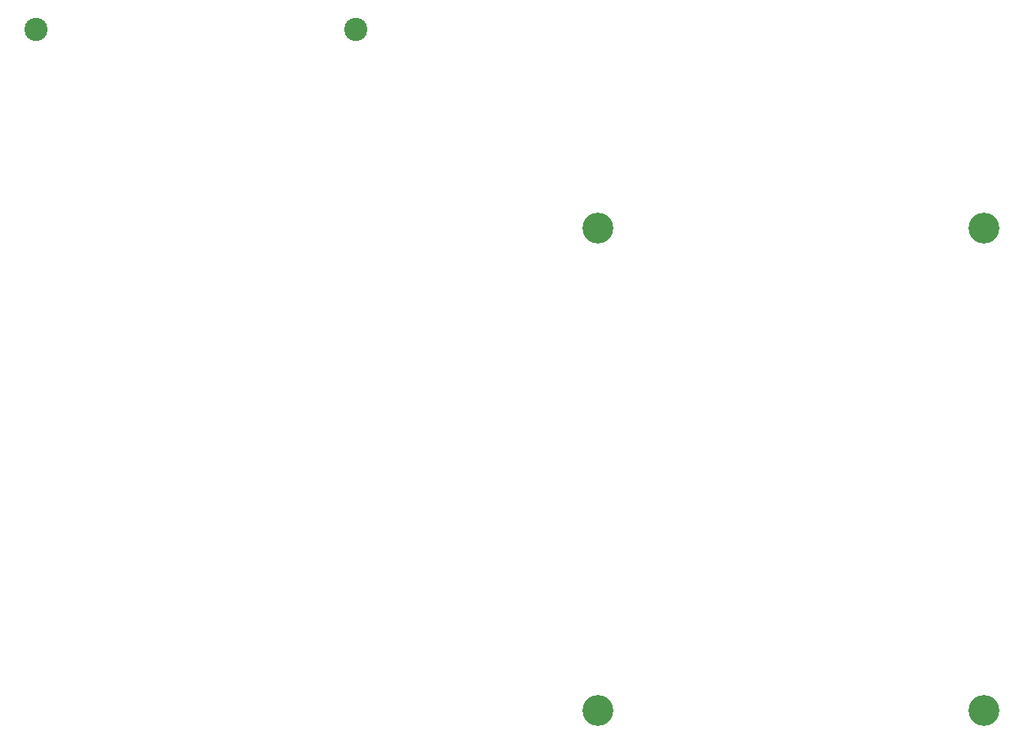
<source format=gbr>
%TF.GenerationSoftware,KiCad,Pcbnew,(5.1.9-0-10_14)*%
%TF.CreationDate,2021-02-20T16:02:16+00:00*%
%TF.ProjectId,base8x,62617365-3878-42e6-9b69-6361645f7063,rev?*%
%TF.SameCoordinates,Original*%
%TF.FileFunction,NonPlated,1,4,NPTH,Drill*%
%TF.FilePolarity,Positive*%
%FSLAX46Y46*%
G04 Gerber Fmt 4.6, Leading zero omitted, Abs format (unit mm)*
G04 Created by KiCad (PCBNEW (5.1.9-0-10_14)) date 2021-02-20 16:02:16*
%MOMM*%
%LPD*%
G01*
G04 APERTURE LIST*
%TA.AperFunction,ComponentDrill*%
%ADD10C,2.400000*%
%TD*%
%TA.AperFunction,ComponentDrill*%
%ADD11C,3.200000*%
%TD*%
G04 APERTURE END LIST*
D10*
%TO.C,J9*%
X-263165800Y-29402200D03*
X-230065800Y-29402200D03*
D11*
%TO.C,REF\u002A\u002A*%
X-205000000Y-50000000D03*
X-205000000Y-100000000D03*
X-165000000Y-50000000D03*
X-165000000Y-100000000D03*
M02*

</source>
